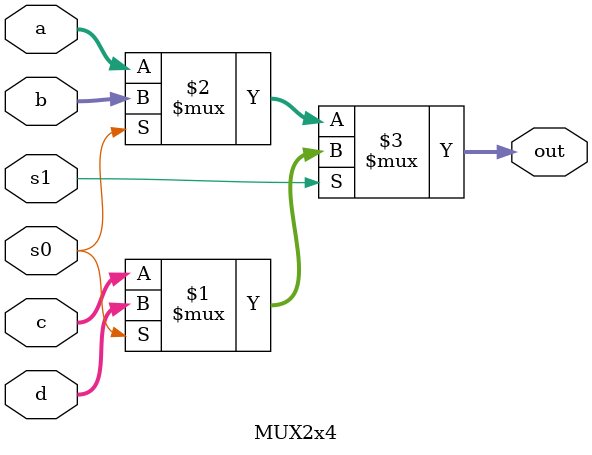
<source format=v>
`timescale 1ns / 1ps
/******************************************************************* *
* Module: MUX2x4.v
* Project: Single Cycle RISCV Processor
* Author: Merna Abdelbadie and Mohammad El Mahdy
mernaabdelbadie@aucgypt.edu, muhammadahmedelmahdy@aucegypt.edu
* Description: a module 4x1 multiplexer *
* Change history: 04/10/23 - created the module and tested it
* **********************************************************************/


module MUX2x4 #(parameter N = 32)( input [N-1:0] a,  
input [N-1:0] b,  
input [N-1:0] c,  
input [N-1:0] d,  
input s0, s1, 
output[N-1:0] out);

assign out = s1 ? (s0 ? d : c) : (s0 ? b : a);
endmodule

</source>
